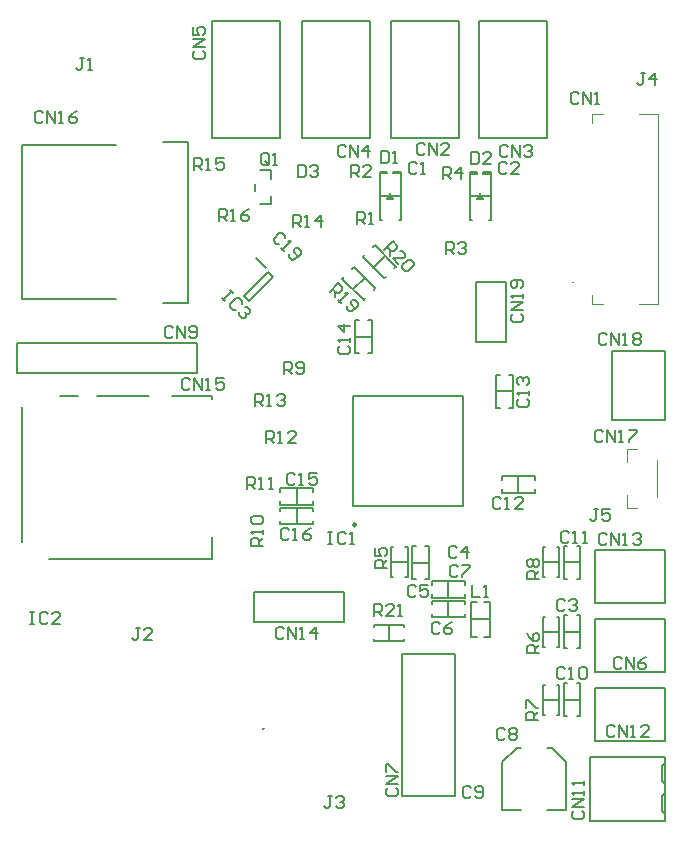
<source format=gbr>
%TF.GenerationSoftware,Altium Limited,Altium Designer,23.3.1 (30)*%
G04 Layer_Color=65535*
%FSLAX25Y25*%
%MOIN*%
%TF.SameCoordinates,70BEFA69-D3B7-480D-BB84-950A8577B244*%
%TF.FilePolarity,Positive*%
%TF.FileFunction,Legend,Top*%
%TF.Part,Single*%
G01*
G75*
%TA.AperFunction,NonConductor*%
%ADD51C,0.00394*%
%ADD52C,0.00787*%
%ADD53C,0.00984*%
%ADD54C,0.00591*%
%ADD55C,0.00600*%
D51*
X516653Y375189D02*
G03*
X516260Y375189I-197J0D01*
G01*
D02*
G03*
X516653Y375189I197J0D01*
G01*
X522559Y368102D02*
X526496D01*
X522559D02*
Y371287D01*
Y428382D02*
X522590Y431488D01*
X526496D01*
X538307D02*
X544606D01*
Y368102D02*
Y431488D01*
X538307Y368102D02*
X544606D01*
X534551Y300095D02*
Y304425D01*
Y300095D02*
X537701D01*
X534551Y315449D02*
Y319779D01*
X537701D01*
X544394Y303638D02*
Y316236D01*
D52*
X413346Y226500D02*
G03*
X412953Y226500I-197J0D01*
G01*
D02*
G03*
X413346Y226500I197J0D01*
G01*
D02*
G03*
X412953Y226500I-197J0D01*
G01*
X507831Y199370D02*
X514130D01*
Y215512D01*
X509406Y220236D02*
X514130Y215512D01*
X507831Y220236D02*
X509406D01*
X492870Y199370D02*
X499169D01*
X492870D02*
Y215512D01*
X497594Y220236D01*
X499169D01*
X414735Y378905D02*
X416405Y377235D01*
X408265Y369095D02*
X416405Y377235D01*
X406595Y370765D02*
X408265Y369095D01*
X406595Y370765D02*
X414735Y378905D01*
X410804Y383604D02*
X414145Y380264D01*
X331200Y345000D02*
X391200D01*
X331200Y355000D02*
X391200D01*
X331200Y345000D02*
Y355000D01*
X391200Y345000D02*
Y355000D01*
X332815Y288772D02*
Y333653D01*
X341870Y283260D02*
X396201D01*
Y290347D01*
Y336409D02*
Y337591D01*
X382815D02*
X396201D01*
X357618D02*
X374941D01*
X345413D02*
X351319D01*
X412016Y401291D02*
X415756D01*
Y404244D01*
Y409756D02*
Y412709D01*
X412016D02*
X415756D01*
X410244Y405819D02*
Y408181D01*
X332579Y369776D02*
X364075D01*
X332579D02*
Y420957D01*
X379823Y368595D02*
X388090D01*
X332579Y420957D02*
X364075D01*
X379823Y422138D02*
X388090D01*
X388090Y368595D01*
X494100Y355300D02*
Y375300D01*
X484100D02*
X494100D01*
X484100Y355300D02*
Y375300D01*
Y355300D02*
X494100D01*
X529307Y329323D02*
X547024D01*
Y352551D01*
X529307D02*
X547024D01*
X529307Y329323D02*
Y352551D01*
X482350Y263000D02*
X488650D01*
X486681Y257095D02*
X488650Y257095D01*
Y268905D01*
X486681Y268905D02*
X488650Y268905D01*
X482350Y257095D02*
X484319Y257095D01*
X482350Y257095D02*
Y268905D01*
X484319Y268905D01*
X410000Y262000D02*
Y272000D01*
X440000D01*
Y262000D02*
Y272000D01*
X410000Y262000D02*
X440000D01*
X523823Y222476D02*
Y240193D01*
Y222476D02*
X547051D01*
Y240193D01*
X523823D02*
X547051D01*
X523823Y268476D02*
Y286193D01*
Y268476D02*
X547051D01*
Y286193D01*
X523823D02*
X547051D01*
X523886Y245476D02*
Y263193D01*
Y245476D02*
X547114D01*
Y263193D01*
X523886D02*
X547114D01*
X459307Y204130D02*
Y251374D01*
X477024D01*
Y204130D02*
Y251374D01*
X459307Y204130D02*
X477024D01*
X521902Y216736D02*
Y217130D01*
X547098D01*
Y195870D02*
Y217130D01*
X521902Y195870D02*
X547098D01*
X521902D02*
Y216736D01*
X546000Y209000D02*
Y214000D01*
Y209000D02*
X547098Y208000D01*
X546000Y214000D02*
X547098Y215000D01*
X546000Y204000D02*
X547098Y205000D01*
X546000Y199000D02*
X547098Y198000D01*
X546000Y199000D02*
Y204000D01*
X396212Y462331D02*
X418851D01*
X396212Y423354D02*
Y462331D01*
Y423354D02*
X418851D01*
Y462331D01*
X426212Y462488D02*
X448850D01*
X426212Y423512D02*
Y462488D01*
Y423512D02*
X448850D01*
Y462488D01*
X455712Y462331D02*
X478350D01*
X455712Y423354D02*
Y462331D01*
Y423354D02*
X478350D01*
Y462331D01*
X485212D02*
X507851D01*
X485212Y423354D02*
Y462331D01*
Y423354D02*
X507851D01*
Y462331D01*
X442988Y300783D02*
Y337398D01*
X479602D01*
Y300783D02*
Y337398D01*
X442988Y300783D02*
X479602D01*
D53*
X444071Y294583D02*
G03*
X444071Y294583I-492J0D01*
G01*
D54*
X511000Y253941D02*
X511756D01*
Y263941D01*
X511000D02*
X511756D01*
X506244D02*
X507000D01*
X506244Y253941D02*
Y263941D01*
Y253941D02*
X507000D01*
X506244Y258941D02*
X511756D01*
X511000Y277059D02*
X511756D01*
Y287059D01*
X511000D02*
X511756D01*
X506244D02*
X507000D01*
X506244Y277059D02*
Y287059D01*
Y277059D02*
X507000D01*
X506244Y282059D02*
X511756D01*
X424342Y301244D02*
Y306756D01*
X418831Y305575D02*
Y306756D01*
X429854D01*
Y305575D02*
Y306756D01*
Y301244D02*
Y302425D01*
X418831Y301244D02*
X429854D01*
X418831D02*
Y302425D01*
X424342Y294744D02*
Y300256D01*
X418831Y299075D02*
Y300256D01*
X429854D01*
Y299075D02*
Y300256D01*
Y294744D02*
Y295925D01*
X418831Y294744D02*
X429854D01*
X418831D02*
Y295925D01*
X443744Y357157D02*
X449256D01*
X448075Y362669D02*
X449256D01*
Y351646D02*
Y362669D01*
X448075Y351646D02*
X449256D01*
X443744D02*
X444925D01*
X443744D02*
Y362669D01*
X444925D01*
X490744Y344512D02*
X491925D01*
X490744Y333488D02*
Y344512D01*
Y333488D02*
X491925D01*
X495075D02*
X496256D01*
Y344512D01*
X495075D02*
X496256D01*
X490744Y339000D02*
X496256D01*
X498158Y305244D02*
Y310756D01*
X503669Y305244D02*
Y306425D01*
X492646Y305244D02*
X503669D01*
X492646D02*
Y306425D01*
Y309575D02*
Y310756D01*
X503669D01*
Y309575D02*
Y310756D01*
X460500Y277000D02*
X461256D01*
Y287000D01*
X460500D02*
X461256D01*
X455744D02*
X456500D01*
X455744Y277000D02*
Y287000D01*
Y277000D02*
X456500D01*
X455744Y282000D02*
X461256D01*
X462744Y281842D02*
X468256D01*
X462744Y276331D02*
X463925D01*
X462744D02*
Y287354D01*
X463925D01*
X467075D02*
X468256D01*
Y276331D02*
Y287354D01*
X467075Y276331D02*
X468256D01*
X474843Y270244D02*
Y275756D01*
X469331Y274575D02*
Y275756D01*
X480354D01*
Y274575D02*
Y275756D01*
Y270244D02*
Y271425D01*
X469331Y270244D02*
X480354D01*
X469331D02*
Y271425D01*
X474843Y263744D02*
Y269256D01*
X469331Y268075D02*
Y269256D01*
X480354D01*
Y268075D02*
Y269256D01*
Y263744D02*
Y264925D01*
X469331Y263744D02*
X480354D01*
X469331D02*
Y264925D01*
X511000Y231000D02*
X511756D01*
Y241000D01*
X511000D02*
X511756D01*
X506244D02*
X507000D01*
X506244Y231000D02*
Y241000D01*
Y231000D02*
X507000D01*
X506244Y236000D02*
X511756D01*
X443051Y373051D02*
X446949Y376949D01*
X446587Y369516D02*
X447121Y370050D01*
X439516Y376587D02*
X446587Y369516D01*
X439516Y376587D02*
X440050Y377121D01*
X442879Y379950D02*
X443413Y380484D01*
X450484Y373413D01*
X449950Y372879D02*
X450484Y373413D01*
X449861Y380242D02*
X453758Y384139D01*
X453396Y376706D02*
X453931Y377241D01*
X446325Y383777D02*
X453396Y376706D01*
X446325Y383777D02*
X446860Y384312D01*
X449688Y387140D02*
X450223Y387675D01*
X457294Y380604D01*
X456759Y380069D02*
X457294Y380604D01*
X455000Y255744D02*
Y261256D01*
X460000Y255744D02*
Y256500D01*
X450000Y255744D02*
X460000D01*
X450000D02*
Y256500D01*
Y260500D02*
Y261256D01*
X460000D01*
Y260500D02*
Y261256D01*
X513244Y241669D02*
X514425D01*
X513244Y230646D02*
Y241669D01*
Y230646D02*
X514425D01*
X517575D02*
X518756D01*
Y241669D01*
X517575D02*
X518756D01*
X513244Y236157D02*
X518756D01*
X513244Y264354D02*
X514425D01*
X513244Y253331D02*
Y264354D01*
Y253331D02*
X514425D01*
X517575D02*
X518756D01*
Y264354D01*
X517575D02*
X518756D01*
X513244Y258842D02*
X518756D01*
X513244Y287512D02*
X514425D01*
X513244Y276488D02*
Y287512D01*
Y276488D02*
X514425D01*
X517575D02*
X518756D01*
Y287512D01*
X517575D02*
X518756D01*
X513244Y282000D02*
X518756D01*
X451957Y404134D02*
X459043D01*
X456500Y411634D02*
X459043D01*
Y396134D02*
Y411634D01*
X458256Y396134D02*
X459043D01*
X451957Y411634D02*
X454500D01*
X451957Y396134D02*
Y411634D01*
Y396134D02*
X452744D01*
X456500Y411634D02*
Y412134D01*
X459043D01*
Y411634D02*
Y412134D01*
X451957Y411634D02*
Y412134D01*
X454500D01*
Y411634D02*
Y412134D01*
X455500Y404134D02*
Y405134D01*
X454500Y403134D02*
X456500D01*
X454500D02*
X455500Y404134D01*
X456500Y403134D01*
X481957Y404000D02*
X489043D01*
X486500Y411500D02*
X489043D01*
Y396000D02*
Y411500D01*
X488256Y396000D02*
X489043D01*
X481957Y411500D02*
X484500D01*
X481957Y396000D02*
Y411500D01*
Y396000D02*
X482744D01*
X486500Y411500D02*
Y412000D01*
X489043D01*
Y411500D02*
Y412000D01*
X481957Y411500D02*
Y412000D01*
X484500D01*
Y411500D02*
Y412000D01*
X485500Y404000D02*
Y405000D01*
X484500Y403000D02*
X486500D01*
X484500D02*
X485500Y404000D01*
X486500Y403000D01*
D55*
X524734Y299899D02*
X523401D01*
X524067D01*
Y296567D01*
X523401Y295901D01*
X522734D01*
X522068Y296567D01*
X528732Y299899D02*
X526066D01*
Y297900D01*
X527399Y298566D01*
X528066D01*
X528732Y297900D01*
Y296567D01*
X528066Y295901D01*
X526733D01*
X526066Y296567D01*
X540334Y445199D02*
X539001D01*
X539667D01*
Y441867D01*
X539001Y441201D01*
X538334D01*
X537668Y441867D01*
X543666Y441201D02*
Y445199D01*
X541667Y443200D01*
X544332D01*
X435934Y203999D02*
X434601D01*
X435267D01*
Y200667D01*
X434601Y200001D01*
X433934D01*
X433268Y200667D01*
X437266Y203333D02*
X437933Y203999D01*
X439266D01*
X439932Y203333D01*
Y202666D01*
X439266Y202000D01*
X438599D01*
X439266D01*
X439932Y201333D01*
Y200667D01*
X439266Y200001D01*
X437933D01*
X437266Y200667D01*
X372034Y259999D02*
X370701D01*
X371367D01*
Y256667D01*
X370701Y256001D01*
X370034D01*
X369368Y256667D01*
X376032Y256001D02*
X373366D01*
X376032Y258666D01*
Y259333D01*
X375366Y259999D01*
X374033D01*
X373366Y259333D01*
X353500Y450099D02*
X352167D01*
X352834D01*
Y446767D01*
X352167Y446101D01*
X351501D01*
X350834Y446767D01*
X354833Y446101D02*
X356166D01*
X355499D01*
Y450099D01*
X354833Y449433D01*
X450200Y264200D02*
Y268199D01*
X452199D01*
X452866Y267532D01*
Y266199D01*
X452199Y265533D01*
X450200D01*
X451533D02*
X452866Y264200D01*
X456865D02*
X454199D01*
X456865Y266866D01*
Y267532D01*
X456198Y268199D01*
X454865D01*
X454199Y267532D01*
X458197Y264200D02*
X459530D01*
X458864D01*
Y268199D01*
X458197Y267532D01*
X453416Y386156D02*
X456244Y388984D01*
X457657Y387570D01*
Y386628D01*
X456715Y385685D01*
X455772D01*
X454359Y387099D01*
X455301Y386156D02*
Y384271D01*
X458129Y381444D02*
X456244Y383329D01*
X460014D01*
X460485Y383800D01*
Y384742D01*
X459543Y385685D01*
X458600D01*
X461427Y382857D02*
X462370D01*
X463312Y381915D01*
Y380973D01*
X461427Y379087D01*
X460485D01*
X459543Y380030D01*
Y380973D01*
X461427Y382857D01*
X435252Y372221D02*
X438079Y375048D01*
X439493Y373634D01*
Y372692D01*
X438551Y371749D01*
X437608D01*
X436194Y373163D01*
X437137Y372221D02*
Y370336D01*
X438079Y369393D02*
X439022Y368451D01*
X438551Y368922D01*
X441378Y371749D01*
X440436D01*
X440907Y367508D02*
Y366566D01*
X441849Y365623D01*
X442792D01*
X444677Y367508D01*
Y368451D01*
X443734Y369393D01*
X442792D01*
X442321Y368922D01*
Y367979D01*
X443734Y366566D01*
X434668Y291999D02*
X436001D01*
X435334D01*
Y288001D01*
X434668D01*
X436001D01*
X440666Y291333D02*
X440000Y291999D01*
X438667D01*
X438000Y291333D01*
Y288667D01*
X438667Y288001D01*
X440000D01*
X440666Y288667D01*
X441999Y288001D02*
X443332D01*
X442665D01*
Y291999D01*
X441999Y291333D01*
X526268Y325533D02*
X525602Y326199D01*
X524269D01*
X523602Y325533D01*
Y322867D01*
X524269Y322201D01*
X525602D01*
X526268Y322867D01*
X527601Y322201D02*
Y326199D01*
X530267Y322201D01*
Y326199D01*
X531600Y322201D02*
X532933D01*
X532266D01*
Y326199D01*
X531600Y325533D01*
X534932Y326199D02*
X537598D01*
Y325533D01*
X534932Y322867D01*
Y322201D01*
X398302Y395801D02*
Y399799D01*
X400301D01*
X400967Y399133D01*
Y397800D01*
X400301Y397134D01*
X398302D01*
X399635D02*
X400967Y395801D01*
X402300D02*
X403633D01*
X402967D01*
Y399799D01*
X402300Y399133D01*
X408298Y399799D02*
X406965Y399133D01*
X405633Y397800D01*
Y396467D01*
X406299Y395801D01*
X407632D01*
X408298Y396467D01*
Y397134D01*
X407632Y397800D01*
X405633D01*
X390102Y412801D02*
Y416799D01*
X392101D01*
X392767Y416133D01*
Y414800D01*
X392101Y414134D01*
X390102D01*
X391435D02*
X392767Y412801D01*
X394100D02*
X395433D01*
X394767D01*
Y416799D01*
X394100Y416133D01*
X400098Y416799D02*
X397433D01*
Y414800D01*
X398765Y415466D01*
X399432D01*
X400098Y414800D01*
Y413467D01*
X399432Y412801D01*
X398099D01*
X397433Y413467D01*
X423102Y393701D02*
Y397699D01*
X425101D01*
X425767Y397033D01*
Y395700D01*
X425101Y395034D01*
X423102D01*
X424435D02*
X425767Y393701D01*
X427100D02*
X428433D01*
X427767D01*
Y397699D01*
X427100Y397033D01*
X432432Y393701D02*
Y397699D01*
X430433Y395700D01*
X433098D01*
X412999Y287402D02*
X409001D01*
Y289401D01*
X409667Y290067D01*
X411000D01*
X411666Y289401D01*
Y287402D01*
Y288735D02*
X412999Y290067D01*
Y291400D02*
Y292733D01*
Y292067D01*
X409001D01*
X409667Y291400D01*
Y294733D02*
X409001Y295399D01*
Y296732D01*
X409667Y297398D01*
X412333D01*
X412999Y296732D01*
Y295399D01*
X412333Y294733D01*
X409667D01*
X407768Y306301D02*
Y310299D01*
X409767D01*
X410434Y309633D01*
Y308300D01*
X409767Y307634D01*
X407768D01*
X409101D02*
X410434Y306301D01*
X411767D02*
X413100D01*
X412433D01*
Y310299D01*
X411767Y309633D01*
X415099Y306301D02*
X416432D01*
X415765D01*
Y310299D01*
X415099Y309633D01*
X410502Y334001D02*
Y337999D01*
X412501D01*
X413167Y337333D01*
Y336000D01*
X412501Y335334D01*
X410502D01*
X411834D02*
X413167Y334001D01*
X414500D02*
X415833D01*
X415167D01*
Y337999D01*
X414500Y337333D01*
X417833D02*
X418499Y337999D01*
X419832D01*
X420498Y337333D01*
Y336666D01*
X419832Y336000D01*
X419166D01*
X419832D01*
X420498Y335334D01*
Y334667D01*
X419832Y334001D01*
X418499D01*
X417833Y334667D01*
X413902Y321901D02*
Y325899D01*
X415901D01*
X416567Y325233D01*
Y323900D01*
X415901Y323234D01*
X413902D01*
X415235D02*
X416567Y321901D01*
X417900D02*
X419233D01*
X418567D01*
Y325899D01*
X417900Y325233D01*
X423898Y321901D02*
X421233D01*
X423898Y324566D01*
Y325233D01*
X423232Y325899D01*
X421899D01*
X421233Y325233D01*
X419968Y344901D02*
Y348899D01*
X421967D01*
X422634Y348233D01*
Y346900D01*
X421967Y346234D01*
X419968D01*
X421301D02*
X422634Y344901D01*
X423967Y345567D02*
X424633Y344901D01*
X425966D01*
X426632Y345567D01*
Y348233D01*
X425966Y348899D01*
X424633D01*
X423967Y348233D01*
Y347566D01*
X424633Y346900D01*
X426632D01*
X504899Y276568D02*
X500901D01*
Y278567D01*
X501567Y279234D01*
X502900D01*
X503566Y278567D01*
Y276568D01*
Y277901D02*
X504899Y279234D01*
X501567Y280567D02*
X500901Y281233D01*
Y282566D01*
X501567Y283232D01*
X502234D01*
X502900Y282566D01*
X503566Y283232D01*
X504233D01*
X504899Y282566D01*
Y281233D01*
X504233Y280567D01*
X503566D01*
X502900Y281233D01*
X502234Y280567D01*
X501567D01*
X502900Y281233D02*
Y282566D01*
X504599Y229368D02*
X500601D01*
Y231367D01*
X501267Y232034D01*
X502600D01*
X503266Y231367D01*
Y229368D01*
Y230701D02*
X504599Y232034D01*
X500601Y233366D02*
Y236032D01*
X501267D01*
X503933Y233366D01*
X504599D01*
X504899Y251768D02*
X500901D01*
Y253767D01*
X501567Y254434D01*
X502900D01*
X503566Y253767D01*
Y251768D01*
Y253101D02*
X504899Y254434D01*
X500901Y258432D02*
X501567Y257099D01*
X502900Y255767D01*
X504233D01*
X504899Y256433D01*
Y257766D01*
X504233Y258432D01*
X503566D01*
X502900Y257766D01*
Y255767D01*
X454499Y280268D02*
X450501D01*
Y282267D01*
X451167Y282934D01*
X452500D01*
X453166Y282267D01*
Y280268D01*
Y281601D02*
X454499Y282934D01*
X450501Y286932D02*
Y284266D01*
X452500D01*
X451834Y285599D01*
Y286266D01*
X452500Y286932D01*
X453833D01*
X454499Y286266D01*
Y284933D01*
X453833Y284266D01*
X472968Y409901D02*
Y413899D01*
X474967D01*
X475634Y413233D01*
Y411900D01*
X474967Y411234D01*
X472968D01*
X474301D02*
X475634Y409901D01*
X478966D02*
Y413899D01*
X476966Y411900D01*
X479632D01*
X474068Y384701D02*
Y388699D01*
X476067D01*
X476734Y388033D01*
Y386700D01*
X476067Y386034D01*
X474068D01*
X475401D02*
X476734Y384701D01*
X478066Y388033D02*
X478733Y388699D01*
X480066D01*
X480732Y388033D01*
Y387366D01*
X480066Y386700D01*
X479399D01*
X480066D01*
X480732Y386034D01*
Y385367D01*
X480066Y384701D01*
X478733D01*
X478066Y385367D01*
X442468Y410301D02*
Y414299D01*
X444467D01*
X445134Y413633D01*
Y412300D01*
X444467Y411634D01*
X442468D01*
X443801D02*
X445134Y410301D01*
X449132D02*
X446466D01*
X449132Y412966D01*
Y413633D01*
X448466Y414299D01*
X447133D01*
X446466Y413633D01*
X444234Y394701D02*
Y398699D01*
X446234D01*
X446900Y398033D01*
Y396700D01*
X446234Y396034D01*
X444234D01*
X445567D02*
X446900Y394701D01*
X448233D02*
X449566D01*
X448899D01*
Y398699D01*
X448233Y398033D01*
X415100Y415067D02*
Y417733D01*
X414434Y418399D01*
X413101D01*
X412434Y417733D01*
Y415067D01*
X413101Y414401D01*
X414434D01*
X413767Y415734D02*
X415100Y414401D01*
X414434D02*
X415100Y415067D01*
X416433Y414401D02*
X417766D01*
X417099D01*
Y418399D01*
X416433Y417733D01*
X482734Y274599D02*
Y270601D01*
X485400D01*
X486733D02*
X488066D01*
X487399D01*
Y274599D01*
X486733Y273933D01*
X402179Y372848D02*
X403122Y371906D01*
X402651Y372377D01*
X399823Y369549D01*
X399352Y370021D01*
X400294Y369078D01*
X405949Y368136D02*
Y369078D01*
X405007Y370021D01*
X404064D01*
X402179Y368136D01*
Y367193D01*
X403122Y366251D01*
X404064D01*
X406892Y367193D02*
X407834D01*
X408777Y366251D01*
Y365308D01*
X408306Y364837D01*
X407363D01*
X406892Y365308D01*
X407363Y364837D01*
Y363894D01*
X406892Y363423D01*
X405949D01*
X405007Y364366D01*
Y365308D01*
X335502Y265299D02*
X336835D01*
X336168D01*
Y261301D01*
X335502D01*
X336835D01*
X341500Y264633D02*
X340833Y265299D01*
X339500D01*
X338834Y264633D01*
Y261967D01*
X339500Y261301D01*
X340833D01*
X341500Y261967D01*
X345498Y261301D02*
X342833D01*
X345498Y263966D01*
Y264633D01*
X344832Y265299D01*
X343499D01*
X342833Y264633D01*
X424668Y414599D02*
Y410601D01*
X426667D01*
X427334Y411267D01*
Y413933D01*
X426667Y414599D01*
X424668D01*
X428666Y413933D02*
X429333Y414599D01*
X430666D01*
X431332Y413933D01*
Y413266D01*
X430666Y412600D01*
X429999D01*
X430666D01*
X431332Y411934D01*
Y411267D01*
X430666Y410601D01*
X429333D01*
X428666Y411267D01*
X482300Y418899D02*
Y414900D01*
X484299D01*
X484966Y415566D01*
Y418232D01*
X484299Y418899D01*
X482300D01*
X488965Y414900D02*
X486299D01*
X488965Y417566D01*
Y418232D01*
X488298Y418899D01*
X486965D01*
X486299Y418232D01*
X452300Y418999D02*
Y415000D01*
X454299D01*
X454966Y415666D01*
Y418332D01*
X454299Y418999D01*
X452300D01*
X456299Y415000D02*
X457632D01*
X456965D01*
Y418999D01*
X456299Y418332D01*
X496467Y364768D02*
X495801Y364102D01*
Y362769D01*
X496467Y362102D01*
X499133D01*
X499799Y362769D01*
Y364102D01*
X499133Y364768D01*
X499799Y366101D02*
X495801D01*
X499799Y368767D01*
X495801D01*
X499799Y370100D02*
Y371433D01*
Y370766D01*
X495801D01*
X496467Y370100D01*
X499133Y373432D02*
X499799Y374098D01*
Y375431D01*
X499133Y376098D01*
X496467D01*
X495801Y375431D01*
Y374098D01*
X496467Y373432D01*
X497134D01*
X497800Y374098D01*
Y376098D01*
X527668Y357833D02*
X527002Y358499D01*
X525669D01*
X525002Y357833D01*
Y355167D01*
X525669Y354501D01*
X527002D01*
X527668Y355167D01*
X529001Y354501D02*
Y358499D01*
X531667Y354501D01*
Y358499D01*
X533000Y354501D02*
X534333D01*
X533666D01*
Y358499D01*
X533000Y357833D01*
X536332D02*
X536998Y358499D01*
X538331D01*
X538998Y357833D01*
Y357166D01*
X538331Y356500D01*
X538998Y355834D01*
Y355167D01*
X538331Y354501D01*
X536998D01*
X536332Y355167D01*
Y355834D01*
X536998Y356500D01*
X536332Y357166D01*
Y357833D01*
X536998Y356500D02*
X538331D01*
X339668Y431833D02*
X339002Y432499D01*
X337669D01*
X337002Y431833D01*
Y429167D01*
X337669Y428501D01*
X339002D01*
X339668Y429167D01*
X341001Y428501D02*
Y432499D01*
X343667Y428501D01*
Y432499D01*
X345000Y428501D02*
X346333D01*
X345666D01*
Y432499D01*
X345000Y431833D01*
X350998Y432499D02*
X349665Y431833D01*
X348332Y430500D01*
Y429167D01*
X348998Y428501D01*
X350331D01*
X350998Y429167D01*
Y429834D01*
X350331Y430500D01*
X348332D01*
X388568Y342633D02*
X387902Y343299D01*
X386569D01*
X385902Y342633D01*
Y339967D01*
X386569Y339301D01*
X387902D01*
X388568Y339967D01*
X389901Y339301D02*
Y343299D01*
X392567Y339301D01*
Y343299D01*
X393900Y339301D02*
X395233D01*
X394566D01*
Y343299D01*
X393900Y342633D01*
X399898Y343299D02*
X397232D01*
Y341300D01*
X398565Y341966D01*
X399231D01*
X399898Y341300D01*
Y339967D01*
X399231Y339301D01*
X397898D01*
X397232Y339967D01*
X420168Y259833D02*
X419502Y260499D01*
X418169D01*
X417502Y259833D01*
Y257167D01*
X418169Y256501D01*
X419502D01*
X420168Y257167D01*
X421501Y256501D02*
Y260499D01*
X424167Y256501D01*
Y260499D01*
X425500Y256501D02*
X426833D01*
X426166D01*
Y260499D01*
X425500Y259833D01*
X430831Y256501D02*
Y260499D01*
X428832Y258500D01*
X431498D01*
X527668Y291233D02*
X527002Y291899D01*
X525669D01*
X525002Y291233D01*
Y288567D01*
X525669Y287901D01*
X527002D01*
X527668Y288567D01*
X529001Y287901D02*
Y291899D01*
X531667Y287901D01*
Y291899D01*
X533000Y287901D02*
X534333D01*
X533666D01*
Y291899D01*
X533000Y291233D01*
X536332D02*
X536998Y291899D01*
X538331D01*
X538998Y291233D01*
Y290566D01*
X538331Y289900D01*
X537665D01*
X538331D01*
X538998Y289234D01*
Y288567D01*
X538331Y287901D01*
X536998D01*
X536332Y288567D01*
X530468Y227133D02*
X529802Y227799D01*
X528469D01*
X527802Y227133D01*
Y224467D01*
X528469Y223801D01*
X529802D01*
X530468Y224467D01*
X531801Y223801D02*
Y227799D01*
X534467Y223801D01*
Y227799D01*
X535800Y223801D02*
X537133D01*
X536466D01*
Y227799D01*
X535800Y227133D01*
X541798Y223801D02*
X539132D01*
X541798Y226466D01*
Y227133D01*
X541131Y227799D01*
X539798D01*
X539132Y227133D01*
X516667Y199035D02*
X516001Y198368D01*
Y197035D01*
X516667Y196369D01*
X519333D01*
X519999Y197035D01*
Y198368D01*
X519333Y199035D01*
X519999Y200367D02*
X516001D01*
X519999Y203033D01*
X516001D01*
X519999Y204366D02*
Y205699D01*
Y205033D01*
X516001D01*
X516667Y204366D01*
X519999Y207698D02*
Y209031D01*
Y208365D01*
X516001D01*
X516667Y207698D01*
X383034Y360033D02*
X382368Y360699D01*
X381035D01*
X380368Y360033D01*
Y357367D01*
X381035Y356701D01*
X382368D01*
X383034Y357367D01*
X384367Y356701D02*
Y360699D01*
X387033Y356701D01*
Y360699D01*
X388366Y357367D02*
X389032Y356701D01*
X390365D01*
X391032Y357367D01*
Y360033D01*
X390365Y360699D01*
X389032D01*
X388366Y360033D01*
Y359366D01*
X389032Y358700D01*
X391032D01*
X454767Y206934D02*
X454101Y206268D01*
Y204935D01*
X454767Y204268D01*
X457433D01*
X458099Y204935D01*
Y206268D01*
X457433Y206934D01*
X458099Y208267D02*
X454101D01*
X458099Y210933D01*
X454101D01*
Y212266D02*
Y214932D01*
X454767D01*
X457433Y212266D01*
X458099D01*
X532734Y249733D02*
X532068Y250399D01*
X530735D01*
X530068Y249733D01*
Y247067D01*
X530735Y246401D01*
X532068D01*
X532734Y247067D01*
X534067Y246401D02*
Y250399D01*
X536733Y246401D01*
Y250399D01*
X540732D02*
X539399Y249733D01*
X538066Y248400D01*
Y247067D01*
X538732Y246401D01*
X540065D01*
X540732Y247067D01*
Y247734D01*
X540065Y248400D01*
X538066D01*
X390367Y452334D02*
X389701Y451668D01*
Y450335D01*
X390367Y449668D01*
X393033D01*
X393699Y450335D01*
Y451668D01*
X393033Y452334D01*
X393699Y453667D02*
X389701D01*
X393699Y456333D01*
X389701D01*
Y460332D02*
Y457666D01*
X391700D01*
X391034Y458999D01*
Y459665D01*
X391700Y460332D01*
X393033D01*
X393699Y459665D01*
Y458332D01*
X393033Y457666D01*
X440834Y420333D02*
X440168Y420999D01*
X438835D01*
X438168Y420333D01*
Y417667D01*
X438835Y417001D01*
X440168D01*
X440834Y417667D01*
X442167Y417001D02*
Y420999D01*
X444833Y417001D01*
Y420999D01*
X448165Y417001D02*
Y420999D01*
X446166Y419000D01*
X448832D01*
X494834Y420333D02*
X494168Y420999D01*
X492835D01*
X492168Y420333D01*
Y417667D01*
X492835Y417001D01*
X494168D01*
X494834Y417667D01*
X496167Y417001D02*
Y420999D01*
X498833Y417001D01*
Y420999D01*
X500166Y420333D02*
X500832Y420999D01*
X502165D01*
X502832Y420333D01*
Y419666D01*
X502165Y419000D01*
X501499D01*
X502165D01*
X502832Y418334D01*
Y417667D01*
X502165Y417001D01*
X500832D01*
X500166Y417667D01*
X466934Y421133D02*
X466268Y421799D01*
X464935D01*
X464268Y421133D01*
Y418467D01*
X464935Y417801D01*
X466268D01*
X466934Y418467D01*
X468267Y417801D02*
Y421799D01*
X470933Y417801D01*
Y421799D01*
X474932Y417801D02*
X472266D01*
X474932Y420466D01*
Y421133D01*
X474265Y421799D01*
X472932D01*
X472266Y421133D01*
X518501Y438233D02*
X517834Y438899D01*
X516501D01*
X515835Y438233D01*
Y435567D01*
X516501Y434901D01*
X517834D01*
X518501Y435567D01*
X519834Y434901D02*
Y438899D01*
X522499Y434901D01*
Y438899D01*
X523832Y434901D02*
X525165D01*
X524499D01*
Y438899D01*
X523832Y438233D01*
X420345Y389978D02*
X420327Y390921D01*
X419367Y391845D01*
X418425Y391828D01*
X416575Y389908D01*
X416593Y388965D01*
X417553Y388041D01*
X418495Y388058D01*
X418993Y386653D02*
X419953Y385729D01*
X419473Y386191D01*
X422247Y389071D01*
X421305Y389054D01*
X421855Y384822D02*
X421873Y383879D01*
X422833Y382955D01*
X423775Y382972D01*
X425625Y384892D01*
X425607Y385835D01*
X424647Y386759D01*
X423705Y386742D01*
X423242Y386262D01*
X423260Y385319D01*
X424700Y383932D01*
X421667Y292633D02*
X421001Y293299D01*
X419668D01*
X419002Y292633D01*
Y289967D01*
X419668Y289301D01*
X421001D01*
X421667Y289967D01*
X423000Y289301D02*
X424333D01*
X423667D01*
Y293299D01*
X423000Y292633D01*
X428998Y293299D02*
X427666Y292633D01*
X426333Y291300D01*
Y289967D01*
X426999Y289301D01*
X428332D01*
X428998Y289967D01*
Y290634D01*
X428332Y291300D01*
X426333D01*
X423567Y311033D02*
X422901Y311699D01*
X421568D01*
X420902Y311033D01*
Y308367D01*
X421568Y307701D01*
X422901D01*
X423567Y308367D01*
X424900Y307701D02*
X426233D01*
X425567D01*
Y311699D01*
X424900Y311033D01*
X430898Y311699D02*
X428233D01*
Y309700D01*
X429565Y310366D01*
X430232D01*
X430898Y309700D01*
Y308367D01*
X430232Y307701D01*
X428899D01*
X428233Y308367D01*
X438667Y354167D02*
X438001Y353501D01*
Y352168D01*
X438667Y351502D01*
X441333D01*
X441999Y352168D01*
Y353501D01*
X441333Y354167D01*
X441999Y355500D02*
Y356833D01*
Y356167D01*
X438001D01*
X438667Y355500D01*
X441999Y360832D02*
X438001D01*
X440000Y358833D01*
Y361498D01*
X498467Y336567D02*
X497801Y335901D01*
Y334568D01*
X498467Y333902D01*
X501133D01*
X501799Y334568D01*
Y335901D01*
X501133Y336567D01*
X501799Y337900D02*
Y339233D01*
Y338567D01*
X497801D01*
X498467Y337900D01*
Y341233D02*
X497801Y341899D01*
Y343232D01*
X498467Y343898D01*
X499134D01*
X499800Y343232D01*
Y342565D01*
Y343232D01*
X500466Y343898D01*
X501133D01*
X501799Y343232D01*
Y341899D01*
X501133Y341233D01*
X492467Y303233D02*
X491801Y303899D01*
X490468D01*
X489802Y303233D01*
Y300567D01*
X490468Y299901D01*
X491801D01*
X492467Y300567D01*
X493800Y299901D02*
X495133D01*
X494467D01*
Y303899D01*
X493800Y303233D01*
X499798Y299901D02*
X497133D01*
X499798Y302566D01*
Y303233D01*
X499132Y303899D01*
X497799D01*
X497133Y303233D01*
X514934Y291833D02*
X514267Y292499D01*
X512934D01*
X512268Y291833D01*
Y289167D01*
X512934Y288501D01*
X514267D01*
X514934Y289167D01*
X516267Y288501D02*
X517600D01*
X516933D01*
Y292499D01*
X516267Y291833D01*
X519599Y288501D02*
X520932D01*
X520265D01*
Y292499D01*
X519599Y291833D01*
X513867Y246333D02*
X513201Y246999D01*
X511868D01*
X511202Y246333D01*
Y243667D01*
X511868Y243001D01*
X513201D01*
X513867Y243667D01*
X515200Y243001D02*
X516533D01*
X515867D01*
Y246999D01*
X515200Y246333D01*
X518533D02*
X519199Y246999D01*
X520532D01*
X521198Y246333D01*
Y243667D01*
X520532Y243001D01*
X519199D01*
X518533Y243667D01*
Y246333D01*
X482334Y206833D02*
X481667Y207499D01*
X480334D01*
X479668Y206833D01*
Y204167D01*
X480334Y203501D01*
X481667D01*
X482334Y204167D01*
X483667D02*
X484333Y203501D01*
X485666D01*
X486332Y204167D01*
Y206833D01*
X485666Y207499D01*
X484333D01*
X483667Y206833D01*
Y206166D01*
X484333Y205500D01*
X486332D01*
X493734Y226033D02*
X493067Y226699D01*
X491734D01*
X491068Y226033D01*
Y223367D01*
X491734Y222701D01*
X493067D01*
X493734Y223367D01*
X495066Y226033D02*
X495733Y226699D01*
X497066D01*
X497732Y226033D01*
Y225366D01*
X497066Y224700D01*
X497732Y224034D01*
Y223367D01*
X497066Y222701D01*
X495733D01*
X495066Y223367D01*
Y224034D01*
X495733Y224700D01*
X495066Y225366D01*
Y226033D01*
X495733Y224700D02*
X497066D01*
X477934Y280433D02*
X477267Y281099D01*
X475934D01*
X475268Y280433D01*
Y277767D01*
X475934Y277101D01*
X477267D01*
X477934Y277767D01*
X479267Y281099D02*
X481932D01*
Y280433D01*
X479267Y277767D01*
Y277101D01*
X471934Y261433D02*
X471267Y262099D01*
X469934D01*
X469268Y261433D01*
Y258767D01*
X469934Y258101D01*
X471267D01*
X471934Y258767D01*
X475932Y262099D02*
X474599Y261433D01*
X473267Y260100D01*
Y258767D01*
X473933Y258101D01*
X475266D01*
X475932Y258767D01*
Y259434D01*
X475266Y260100D01*
X473267D01*
X464034Y273833D02*
X463367Y274499D01*
X462034D01*
X461368Y273833D01*
Y271167D01*
X462034Y270501D01*
X463367D01*
X464034Y271167D01*
X468032Y274499D02*
X465367D01*
Y272500D01*
X466699Y273166D01*
X467366D01*
X468032Y272500D01*
Y271167D01*
X467366Y270501D01*
X466033D01*
X465367Y271167D01*
X477734Y286833D02*
X477067Y287499D01*
X475734D01*
X475068Y286833D01*
Y284167D01*
X475734Y283501D01*
X477067D01*
X477734Y284167D01*
X481066Y283501D02*
Y287499D01*
X479067Y285500D01*
X481732D01*
X513634Y269033D02*
X512967Y269699D01*
X511634D01*
X510968Y269033D01*
Y266367D01*
X511634Y265701D01*
X512967D01*
X513634Y266367D01*
X514966Y269033D02*
X515633Y269699D01*
X516966D01*
X517632Y269033D01*
Y268366D01*
X516966Y267700D01*
X516299D01*
X516966D01*
X517632Y267034D01*
Y266367D01*
X516966Y265701D01*
X515633D01*
X514966Y266367D01*
X494366Y414832D02*
X493699Y415499D01*
X492366D01*
X491700Y414832D01*
Y412166D01*
X492366Y411500D01*
X493699D01*
X494366Y412166D01*
X498364Y411500D02*
X495699D01*
X498364Y414166D01*
Y414832D01*
X497698Y415499D01*
X496365D01*
X495699Y414832D01*
X464366D02*
X463699Y415499D01*
X462366D01*
X461700Y414832D01*
Y412166D01*
X462366Y411500D01*
X463699D01*
X464366Y412166D01*
X465699Y411500D02*
X467032D01*
X466365D01*
Y415499D01*
X465699Y414832D01*
%TF.MD5,42f6bf63e43b74d658ec3d8200d7cae1*%
M02*

</source>
